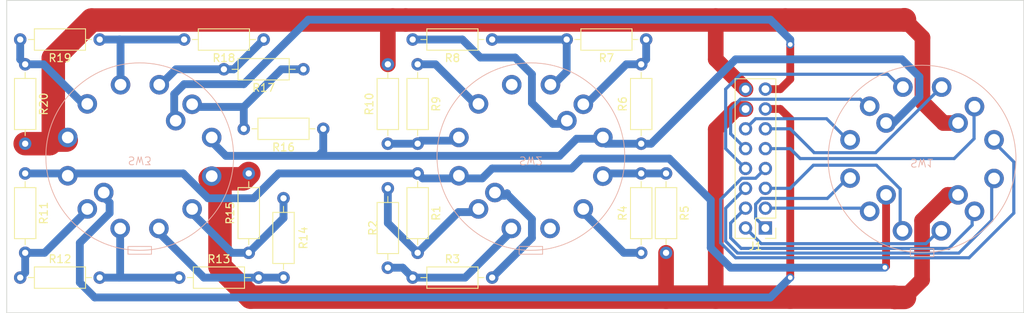
<source format=kicad_pcb>
(kicad_pcb (version 20221018) (generator pcbnew)
  (layers (0 "F.Cu" signal) (31 "B.Cu" signal) (34 "B.Paste" user) (35 "F.Paste" user) (36 "B.SilkS" user "B.Silkscreen") (37 "F.SilkS" user "F.Silkscreen") (38 "B.Mask" user) (39 "F.Mask" user) (44 "Edge.Cuts" user))
  (net 0 "")
  (net 1 "Net-(J1-Pin_1)")
  (net 2 "Net-(J1-Pin_3)")
  (net 3 "Net-(J1-Pin_5)")
  (net 4 "Net-(J1-Pin_7)")
  (net 5 "Net-(J1-Pin_8)")
  (net 6 "Net-(J1-Pin_9)")
  (net 7 "Net-(J1-Pin_10)")
  (net 8 "Net-(J1-Pin_11)")
  (net 9 "Net-(J1-Pin_12)")
  (net 10 "GND1")
  (net 11 "GND2")
  (net 12 "Net-(R1-Pad1)")
  (net 13 "Net-(R1-Pad2)")
  (net 14 "Net-(R2-Pad2)")
  (net 15 "Net-(R3-Pad2)")
  (net 16 "Net-(R4-Pad1)")
  (net 17 "Net-(R4-Pad2)")
  (net 18 "Net-(R16-Pad1)")
  (net 19 "Net-(R6-Pad2)")
  (net 20 "Net-(R7-Pad2)")
  (net 21 "Net-(R8-Pad2)")
  (net 22 "Net-(R9-Pad1)")
  (net 23 "Net-(R10-Pad1)")
  (net 24 "Net-(R11-Pad2)")
  (net 25 "Net-(R12-Pad2)")
  (net 26 "Net-(R13-Pad2)")
  (net 27 "Net-(R14-Pad2)")
  (net 28 "Net-(R16-Pad2)")
  (net 29 "Net-(R17-Pad2)")
  (net 30 "Net-(R18-Pad2)")
  (net 31 "Net-(R19-Pad2)")
  (net 34 "Net-(J1-Pin_6)")
  (net 35 "Net-(J1-Pin_4)")
  (net 36 "Net-(J1-Pin_2)")
  (net 37 "Net-(J1-Pin_13)")
  (net 38 "Net-(J1-Pin_15)")
  (footprint "Resistor_THT:R_Axial_DIN0207_L6.3mm_D2.5mm_P10.16mm_Horizontal" (layer "F.Cu") (at 165.735 80.01 180)
    (fp_text reference "R7" (at 5.08 -2.37) (layer "F.SilkS"))
    (fp_text value "10kF")
    (fp_line (start 1.04 0) (end 1.81 0) (stroke (width 0.12)) (layer "F.SilkS"))
    (fp_line (start 1.81 -1.37) (end 1.81 1.37) (stroke (width 0.12)) (layer "F.SilkS"))
    (fp_line (start 1.81 1.37) (end 8.35 1.37) (stroke (width 0.12)) (layer "F.SilkS"))
    (fp_line (start 8.35 -1.37) (end 1.81 -1.37) (stroke (width 0.12)) (layer "F.SilkS"))
    (fp_line (start 8.35 1.37) (end 8.35 -1.37) (stroke (width 0.12)) (layer "F.SilkS"))
    (fp_line (start 9.12 0) (end 8.35 0) (stroke (width 0.12)) (layer "F.SilkS"))
    (pad "1" thru_hole circle (at 0 0 180) (size 1.6 1.6) (drill 0.8) (layers "*.Cu" "*.Mask") (net 19 "Net-(R6-Pad2)"))
    (pad "2" thru_hole oval (at 10.16 0 180) (size 1.6 1.6) (drill 0.8) (layers "*.Cu" "*.Mask") (net 20 "Net-(R7-Pad2)"))
  )
  (footprint "Resistor_THT:R_Axial_DIN0207_L6.3mm_D2.5mm_P10.16mm_Horizontal" (layer "F.Cu") (at 85.725 110.49)
    (fp_text reference "R12" (at 5.08 -2.37) (layer "F.SilkS"))
    (fp_text value "6.8kF")
    (fp_line (start 1.04 0) (end 1.81 0) (stroke (width 0.12)) (layer "F.SilkS"))
    (fp_line (start 1.81 -1.37) (end 1.81 1.37) (stroke (width 0.12)) (layer "F.SilkS"))
    (fp_line (start 1.81 1.37) (end 8.35 1.37) (stroke (width 0.12)) (layer "F.SilkS"))
    (fp_line (start 8.35 -1.37) (end 1.81 -1.37) (stroke (width 0.12)) (layer "F.SilkS"))
    (fp_line (start 8.35 1.37) (end 8.35 -1.37) (stroke (width 0.12)) (layer "F.SilkS"))
    (fp_line (start 9.12 0) (end 8.35 0) (stroke (width 0.12)) (layer "F.SilkS"))
    (pad "1" thru_hole circle (at 0 0) (size 1.6 1.6) (drill 0.8) (layers "*.Cu" "*.Mask") (net 24 "Net-(R11-Pad2)"))
    (pad "2" thru_hole oval (at 10.16 0) (size 1.6 1.6) (drill 0.8) (layers "*.Cu" "*.Mask") (net 25 "Net-(R12-Pad2)"))
  )
  (footprint "Resistor_THT:R_Axial_DIN0207_L6.3mm_D2.5mm_P10.16mm_Horizontal" (layer "F.Cu") (at 132.715 99.06 -90)
    (fp_text reference "R2" (at 5.08 1.905 90) (layer "F.SilkS"))
    (fp_text value "10kF")
    (fp_line (start 1.04 0) (end 1.81 0) (stroke (width 0.12)) (layer "F.SilkS"))
    (fp_line (start 1.81 -1.37) (end 1.81 1.37) (stroke (width 0.12)) (layer "F.SilkS"))
    (fp_line (start 1.81 1.37) (end 8.35 1.37) (stroke (width 0.12)) (layer "F.SilkS"))
    (fp_line (start 8.35 -1.37) (end 1.81 -1.37) (stroke (width 0.12)) (layer "F.SilkS"))
    (fp_line (start 8.35 1.37) (end 8.35 -1.37) (stroke (width 0.12)) (layer "F.SilkS"))
    (fp_line (start 9.12 0) (end 8.35 0) (stroke (width 0.12)) (layer "F.SilkS"))
    (pad "1" thru_hole circle (at 0 0 270) (size 1.6 1.6) (drill 0.8) (layers "*.Cu" "*.Mask") (net 13 "Net-(R1-Pad2)"))
    (pad "2" thru_hole oval (at 10.16 0 270) (size 1.6 1.6) (drill 0.8) (layers "*.Cu" "*.Mask") (net 14 "Net-(R2-Pad2)"))
  )
  (footprint "Resistor_THT:R_Axial_DIN0207_L6.3mm_D2.5mm_P10.16mm_Horizontal" (layer "F.Cu") (at 114.935 107.315 90)
    (fp_text reference "R15" (at 5.08 -2.37 90) (layer "F.SilkS"))
    (fp_text value "330F")
    (fp_line (start 1.04 0) (end 1.81 0) (stroke (width 0.12)) (layer "F.SilkS"))
    (fp_line (start 1.81 -1.37) (end 1.81 1.37) (stroke (width 0.12)) (layer "F.SilkS"))
    (fp_line (start 1.81 1.37) (end 8.35 1.37) (stroke (width 0.12)) (layer "F.SilkS"))
    (fp_line (start 8.35 -1.37) (end 1.81 -1.37) (stroke (width 0.12)) (layer "F.SilkS"))
    (fp_line (start 8.35 1.37) (end 8.35 -1.37) (stroke (width 0.12)) (layer "F.SilkS"))
    (fp_line (start 9.12 0) (end 8.35 0) (stroke (width 0.12)) (layer "F.SilkS"))
    (pad "1" thru_hole circle (at 0 0 90) (size 1.6 1.6) (drill 0.8) (layers "*.Cu" "*.Mask") (net 27 "Net-(R14-Pad2)"))
    (pad "2" thru_hole oval (at 10.16 0 90) (size 1.6 1.6) (drill 0.8) (layers "*.Cu" "*.Mask") (net 10 "GND1"))
  )
  (footprint "Resistor_THT:R_Axial_DIN0207_L6.3mm_D2.5mm_P10.16mm_Horizontal" (layer "F.Cu") (at 146.05 80.01 180)
    (fp_text reference "R8" (at 5.08 -2.37) (layer "F.SilkS"))
    (fp_text value "13kF")
    (fp_line (start 1.04 0) (end 1.81 0) (stroke (width 0.12)) (layer "F.SilkS"))
    (fp_line (start 1.81 -1.37) (end 1.81 1.37) (stroke (width 0.12)) (layer "F.SilkS"))
    (fp_line (start 1.81 1.37) (end 8.35 1.37) (stroke (width 0.12)) (layer "F.SilkS"))
    (fp_line (start 8.35 -1.37) (end 1.81 -1.37) (stroke (width 0.12)) (layer "F.SilkS"))
    (fp_line (start 8.35 1.37) (end 8.35 -1.37) (stroke (width 0.12)) (layer "F.SilkS"))
    (fp_line (start 9.12 0) (end 8.35 0) (stroke (width 0.12)) (layer "F.SilkS"))
    (pad "1" thru_hole circle (at 0 0 180) (size 1.6 1.6) (drill 0.8) (layers "*.Cu" "*.Mask") (net 20 "Net-(R7-Pad2)"))
    (pad "2" thru_hole oval (at 10.16 0 180) (size 1.6 1.6) (drill 0.8) (layers "*.Cu" "*.Mask") (net 21 "Net-(R8-Pad2)"))
  )
  (footprint "Resistor_THT:R_Axial_DIN0207_L6.3mm_D2.5mm_P10.16mm_Horizontal" (layer "F.Cu") (at 95.885 80.01 180)
    (fp_text reference "R19" (at 5.08 -2.37) (layer "F.SilkS"))
    (fp_text value "680F")
    (fp_line (start 1.04 0) (end 1.81 0) (stroke (width 0.12)) (layer "F.SilkS"))
    (fp_line (start 1.81 -1.37) (end 1.81 1.37) (stroke (width 0.12)) (layer "F.SilkS"))
    (fp_line (start 1.81 1.37) (end 8.35 1.37) (stroke (width 0.12)) (layer "F.SilkS"))
    (fp_line (start 8.35 -1.37) (end 1.81 -1.37) (stroke (width 0.12)) (layer "F.SilkS"))
    (fp_line (start 8.35 1.37) (end 8.35 -1.37) (stroke (width 0.12)) (layer "F.SilkS"))
    (fp_line (start 9.12 0) (end 8.35 0) (stroke (width 0.12)) (layer "F.SilkS"))
    (pad "1" thru_hole circle (at 0 0 180) (size 1.6 1.6) (drill 0.8) (layers "*.Cu" "*.Mask") (net 30 "Net-(R18-Pad2)"))
    (pad "2" thru_hole oval (at 10.16 0 180) (size 1.6 1.6) (drill 0.8) (layers "*.Cu" "*.Mask") (net 31 "Net-(R19-Pad2)"))
  )
  (footprint "Resistor_THT:R_Axial_DIN0207_L6.3mm_D2.5mm_P10.16mm_Horizontal" (layer "F.Cu") (at 116.84 80.01 180)
    (fp_text reference "R18" (at 5.08 -2.37) (layer "F.SilkS"))
    (fp_text value "2.4kF")
    (fp_line (start 1.04 0) (end 1.81 0) (stroke (width 0.12)) (layer "F.SilkS"))
    (fp_line (start 1.81 -1.37) (end 1.81 1.37) (stroke (width 0.12)) (layer "F.SilkS"))
    (fp_line (start 1.81 1.37) (end 8.35 1.37) (stroke (width 0.12)) (layer "F.SilkS"))
    (fp_line (start 8.35 -1.37) (end 1.81 -1.37) (stroke (width 0.12)) (layer "F.SilkS"))
    (fp_line (start 8.35 1.37) (end 8.35 -1.37) (stroke (width 0.12)) (layer "F.SilkS"))
    (fp_line (start 9.12 0) (end 8.35 0) (stroke (width 0.12)) (layer "F.SilkS"))
    (pad "1" thru_hole circle (at 0 0 180) (size 1.6 1.6) (drill 0.8) (layers "*.Cu" "*.Mask") (net 29 "Net-(R17-Pad2)"))
    (pad "2" thru_hole oval (at 10.16 0 180) (size 1.6 1.6) (drill 0.8) (layers "*.Cu" "*.Mask") (net 30 "Net-(R18-Pad2)"))
  )
  (footprint "Resistor_THT:R_Axial_DIN0207_L6.3mm_D2.5mm_P10.16mm_Horizontal" (layer "F.Cu") (at 106.045 110.49)
    (fp_text reference "R13" (at 5.08 -2.37) (layer "F.SilkS"))
    (fp_text value "2.4kF")
    (fp_line (start 1.04 0) (end 1.81 0) (stroke (width 0.12)) (layer "F.SilkS"))
    (fp_line (start 1.81 -1.37) (end 1.81 1.37) (stroke (width 0.12)) (layer "F.SilkS"))
    (fp_line (start 1.81 1.37) (end 8.35 1.37) (stroke (width 0.12)) (layer "F.SilkS"))
    (fp_line (start 8.35 -1.37) (end 1.81 -1.37) (stroke (width 0.12)) (layer "F.SilkS"))
    (fp_line (start 8.35 1.37) (end 8.35 -1.37) (stroke (width 0.12)) (layer "F.SilkS"))
    (fp_line (start 9.12 0) (end 8.35 0) (stroke (width 0.12)) (layer "F.SilkS"))
    (pad "1" thru_hole circle (at 0 0) (size 1.6 1.6) (drill 0.8) (layers "*.Cu" "*.Mask") (net 25 "Net-(R12-Pad2)"))
    (pad "2" thru_hole oval (at 10.16 0) (size 1.6 1.6) (drill 0.8) (layers "*.Cu" "*.Mask") (net 26 "Net-(R13-Pad2)"))
  )
  (footprint "Resistor_THT:R_Axial_DIN0207_L6.3mm_D2.5mm_P10.16mm_Horizontal" (layer "F.Cu") (at 124.46 91.44 180)
    (fp_text reference "R16" (at 5.08 -2.37) (layer "F.SilkS"))
    (fp_text value "22kF")
    (fp_line (start 1.04 0) (end 1.81 0) (stroke (width 0.12)) (layer "F.SilkS"))
    (fp_line (start 1.81 -1.37) (end 1.81 1.37) (stroke (width 0.12)) (layer "F.SilkS"))
    (fp_line (start 1.81 1.37) (end 8.35 1.37) (stroke (width 0.12)) (layer "F.SilkS"))
    (fp_line (start 8.35 -1.37) (end 1.81 -1.37) (stroke (width 0.12)) (layer "F.SilkS"))
    (fp_line (start 8.35 1.37) (end 8.35 -1.37) (stroke (width 0.12)) (layer "F.SilkS"))
    (fp_line (start 9.12 0) (end 8.35 0) (stroke (width 0.12)) (layer "F.SilkS"))
    (pad "1" thru_hole circle (at 0 0 180) (size 1.6 1.6) (drill 0.8) (layers "*.Cu" "*.Mask") (net 18 "Net-(R16-Pad1)"))
    (pad "2" thru_hole oval (at 10.16 0 180) (size 1.6 1.6) (drill 0.8) (layers "*.Cu" "*.Mask") (net 28 "Net-(R16-Pad2)"))
  )
  (footprint "Resistor_THT:R_Axial_DIN0207_L6.3mm_D2.5mm_P10.16mm_Horizontal" (layer "F.Cu") (at 86.36 97.155 -90)
    (fp_text reference "R11" (at 5.08 -2.37 90) (layer "F.SilkS"))
    (fp_text value "22kF")
    (fp_line (start 1.04 0) (end 1.81 0) (stroke (width 0.12)) (layer "F.SilkS"))
    (fp_line (start 1.81 -1.37) (end 1.81 1.37) (stroke (width 0.12)) (layer "F.SilkS"))
    (fp_line (start 1.81 1.37) (end 8.35 1.37) (stroke (width 0.12)) (layer "F.SilkS"))
    (fp_line (start 8.35 -1.37) (end 1.81 -1.37) (stroke (width 0.12)) (layer "F.SilkS"))
    (fp_line (start 8.35 1.37) (end 8.35 -1.37) (stroke (width 0.12)) (layer "F.SilkS"))
    (fp_line (start 9.12 0) (end 8.35 0) (stroke (width 0.12)) (layer "F.SilkS"))
    (pad "1" thru_hole circle (at 0 0 270) (size 1.6 1.6) (drill 0.8) (layers "*.Cu" "*.Mask") (net 12 "Net-(R1-Pad1)"))
    (pad "2" thru_hole oval (at 10.16 0 270) (size 1.6 1.6) (drill 0.8) (layers "*.Cu" "*.Mask") (net 24 "Net-(R11-Pad2)"))
  )
  (footprint "Resistor_THT:R_Axial_DIN0207_L6.3mm_D2.5mm_P10.16mm_Horizontal" (layer "F.Cu") (at 168.275 97.155 -90)
    (fp_text reference "R5" (at 5.08 -2.37 90) (layer "F.SilkS"))
    (fp_text value "27KF")
    (fp_line (start 1.04 0) (end 1.81 0) (stroke (width 0.12)) (layer "F.SilkS"))
    (fp_line (start 1.81 -1.37) (end 1.81 1.37) (stroke (width 0.12)) (layer "F.SilkS"))
    (fp_line (start 1.81 1.37) (end 8.35 1.37) (stroke (width 0.12)) (layer "F.SilkS"))
    (fp_line (start 8.35 -1.37) (end 1.81 -1.37) (stroke (width 0.12)) (layer "F.SilkS"))
    (fp_line (start 8.35 1.37) (end 8.35 -1.37) (stroke (width 0.12)) (layer "F.SilkS"))
    (fp_line (start 9.12 0) (end 8.35 0) (stroke (width 0.12)) (layer "F.SilkS"))
    (pad "1" thru_hole circle (at 0 0 270) (size 1.6 1.6) (drill 0.8) (layers "*.Cu" "*.Mask") (net 17 "Net-(R4-Pad2)"))
    (pad "2" thru_hole oval (at 10.16 0 270) (size 1.6 1.6) (drill 0.8) (layers "*.Cu" "*.Mask") (net 10 "GND1"))
  )
  (footprint "Resistor_THT:R_Axial_DIN0207_L6.3mm_D2.5mm_P10.16mm_Horizontal" (layer "F.Cu") (at 135.89 110.49)
    (fp_text reference "R3" (at 5.08 -2.37) (layer "F.SilkS"))
    (fp_text value "13kF")
    (fp_line (start 1.04 0) (end 1.81 0) (stroke (width 0.12)) (layer "F.SilkS"))
    (fp_line (start 1.81 -1.37) (end 1.81 1.37) (stroke (width 0.12)) (layer "F.SilkS"))
    (fp_line (start 1.81 1.37) (end 8.35 1.37) (stroke (width 0.12)) (layer "F.SilkS"))
    (fp_line (start 8.35 -1.37) (end 1.81 -1.37) (stroke (width 0.12)) (layer "F.SilkS"))
    (fp_line (start 8.35 1.37) (end 8.35 -1.37) (stroke (width 0.12)) (layer "F.SilkS"))
    (fp_line (start 9.12 0) (end 8.35 0) (stroke (width 0.12)) (layer "F.SilkS"))
    (pad "1" thru_hole circle (at 0 0) (size 1.6 1.6) (drill 0.8) (layers "*.Cu" "*.Mask") (net 14 "Net-(R2-Pad2)"))
    (pad "2" thru_hole oval (at 10.16 0) (size 1.6 1.6) (drill 0.8) (layers "*.Cu" "*.Mask") (net 15 "Net-(R3-Pad2)"))
  )
  (footprint "Resistor_THT:R_Axial_DIN0207_L6.3mm_D2.5mm_P10.16mm_Horizontal" (layer "F.Cu") (at 136.525 97.155 -90)
    (fp_text reference "R1" (at 5.08 -2.37 90) (layer "F.SilkS"))
    (fp_text value "8.2kF")
    (fp_line (start 1.04 0) (end 1.81 0) (stroke (width 0.12)) (layer "F.SilkS"))
    (fp_line (start 1.81 -1.37) (end 1.81 1.37) (stroke (width 0.12)) (layer "F.SilkS"))
    (fp_line (start 1.81 1.37) (end 8.35 1.37) (stroke (width 0.12)) (layer "F.SilkS"))
    (fp_line (start 8.35 -1.37) (end 1.81 -1.37) (stroke (width 0.12)) (layer "F.SilkS"))
    (fp_line (start 8.35 1.37) (end 8.35 -1.37) (stroke (width 0.12)) (layer "F.SilkS"))
    (fp_line (start 9.12 0) (end 8.35 0) (stroke (width 0.12)) (layer "F.SilkS"))
    (pad "1" thru_hole circle (at 0 0 270) (size 1.6 1.6) (drill 0.8) (layers "*.Cu" "*.Mask") (net 12 "Net-(R1-Pad1)"))
    (pad "2" thru_hole oval (at 10.16 0 270) (size 1.6 1.6) (drill 0.8) (layers "*.Cu" "*.Mask") (net 13 "Net-(R1-Pad2)"))
  )
  (footprint "Resistor_THT:R_Axial_DIN0207_L6.3mm_D2.5mm_P10.16mm_Horizontal" (layer "F.Cu") (at 119.38 110.49 90)
    (fp_text reference "R14" (at 5.08 2.54 90) (layer "F.SilkS"))
    (fp_text value "680F")
    (fp_line (start 1.04 0) (end 1.81 0) (stroke (width 0.12)) (layer "F.SilkS"))
    (fp_line (start 1.81 -1.37) (end 1.81 1.37) (stroke (width 0.12)) (layer "F.SilkS"))
    (fp_line (start 1.81 1.37) (end 8.35 1.37) (stroke (width 0.12)) (layer "F.SilkS"))
    (fp_line (start 8.35 -1.37) (end 1.81 -1.37) (stroke (width 0.12)) (layer "F.SilkS"))
    (fp_line (start 8.35 1.37) (end 8.35 -1.37) (stroke (width 0.12)) (layer "F.SilkS"))
    (fp_line (start 9.12 0) (end 8.35 0) (stroke (width 0.12)) (layer "F.SilkS"))
    (pad "1" thru_hole circle (at 0 0 90) (size 1.6 1.6) (drill 0.8) (layers "*.Cu" "*.Mask") (net 26 "Net-(R13-Pad2)"))
    (pad "2" thru_hole oval (at 10.16 0 90) (size 1.6 1.6) (drill 0.8) (layers "*.Cu" "*.Mask") (net 27 "Net-(R14-Pad2)"))
  )
  (footprint "Resistor_THT:R_Axial_DIN0207_L6.3mm_D2.5mm_P10.16mm_Horizontal" (layer "F.Cu") (at 86.36 83.185 -90)
    (fp_text reference "R20" (at 5.08 -2.37 90) (layer "F.SilkS"))
    (fp_text value "330F")
    (fp_line (start 1.04 0) (end 1.81 0) (stroke (width 0.12)) (layer "F.SilkS"))
    (fp_line (start 1.81 -1.37) (end 1.81 1.37) (stroke (width 0.12)) (layer "F.SilkS"))
    (fp_line (start 1.81 1.37) (end 8.35 1.37) (stroke (width 0.12)) (layer "F.SilkS"))
    (fp_line (start 8.35 -1.37) (end 1.81 -1.37) (stroke (width 0.12)) (layer "F.SilkS"))
    (fp_line (start 8.35 1.37) (end 8.35 -1.37) (stroke (width 0.12)) (layer "F.SilkS"))
    (fp_line (start 9.12 0) (end 8.35 0) (stroke (width 0.12)) (layer "F.SilkS"))
    (pad "1" thru_hole circle (at 0 0 270) (size 1.6 1.6) (drill 0.8) (layers "*.Cu" "*.Mask") (net 31 "Net-(R19-Pad2)"))
    (pad "2" thru_hole oval (at 10.16 0 270) (size 1.6 1.6) (drill 0.8) (layers "*.Cu" "*.Mask") (net 11 "GND2"))
  )
  (footprint "Connector_PinHeader_2.54mm:PinHeader_2x08_P2.54mm_Vertical" (layer "F.Cu") (at 180.975 104.14 180)
    (fp_text reference "J1" (at 1.27 -2.33) (layer "F.SilkS"))
    (fp_text value "HIF3FC -16PA-2.54DSA(71)")
    (fp_line (start -1.33 -1.33) (end 0 -1.33) (stroke (width 0.12)) (layer "F.SilkS"))
    (fp_line (start -1.33 0) (end -1.33 -1.33) (stroke (width 0.12)) (layer "F.SilkS"))
    (fp_line (start -1.33 1.27) (end -1.33 19.11) (stroke (width 0.12)) (layer "F.SilkS"))
    (fp_line (start -1.33 1.27) (end 1.27 1.27) (stroke (width 0.12)) (layer "F.SilkS"))
    (fp_line (start -1.33 19.11) (end 3.87 19.11) (stroke (width 0.12)) (layer "F.SilkS"))
    (fp_line (start 1.27 -1.33) (end 3.87 -1.33) (stroke (width 0.12)) (layer "F.SilkS"))
    (fp_line (start 1.27 1.27) (end 1.27 -1.33) (stroke (width 0.12)) (layer "F.SilkS"))
    (fp_line (start 3.87 -1.33) (end 3.87 19.11) (stroke (width 0.12)) (layer "F.SilkS"))
    (pad "1" thru_hole rect (at 0 0 180) (size 1.7 1.7) (drill 1) (layers "*.Cu" "*.Mask") (net 1 "Net-(J1-Pin_1)"))
    (pad "2" thru_hole oval (at 2.54 0 180) (size 1.7 1.7) (drill 1) (layers "*.Cu" "*.Mask") (net 36 "Net-(J1-Pin_2)"))
    (pad "3" thru_hole oval (at 0 2.54 180) (size 1.7 1.7) (drill 1) (layers "*.Cu" "*.Mask") (net 2 "Net-(J1-Pin_3)"))
    (pad "4" thru_hole oval (at 2.54 2.54 180) (size 1.7 1.7) (drill 1) (layers "*.Cu" "*.Mask") (net 35 "Net-(J1-Pin_4)"))
    (pad "5" thru_hole oval (at 0 5.08 180) (size 1.7 1.7) (drill 1) (layers "*.Cu" "*.Mask") (net 3 "Net-(J1-Pin_5)"))
    (pad "6" thru_hole oval (at 2.54 5.08 180) (size 1.7 1.7) (drill 1) (layers "*.Cu" "*.Mask") (net 34 "Net-(J1-Pin_6)"))
    (pad "7" thru_hole oval (at 0 7.62 180) (size 1.7 1.7) (drill 1) (layers "*.Cu" "*.Mask") (net 4 "Net-(J1-Pin_7)"))
    (pad "8" thru_hole oval (at 2.54 7.62 180) (size 1.7 1.7) (drill 1) (layers "*.Cu" "*.Mask") (net 5 "Net-(J1-Pin_8)"))
    (pad "9" thru_hole oval (at 0 10.16 180) (size 1.7 1.7) (drill 1) (layers "*.Cu" "*.Mask") (net 6 "Net-(J1-Pin_9)"))
    (pad "10" thru_hole oval (at 2.54 10.16 180) (size 1.7 1.7) (drill 1) (layers "*.Cu" "*.Mask") (net 7 "Net-(J1-Pin_10)"))
    (pad "11" thru_hole oval (at 0 12.7 180) (size 1.7 1.7) (drill 1) (layers "*.Cu" "*.Mask") (net 8 "Net-(J1-Pin_11)"))
    (pad "12" thru_hole oval (at 2.54 12.7 180) (size 1.7 1.7) (drill 1) (layers "*.Cu" "*.Mask") (net 9 "Net-(J1-Pin_12)"))
    (pad "13" thru_hole oval (at 0 15.24 180) (size 1.7 1.7) (drill 1) (layers "*.Cu" "*.Mask") (net 37 "Net-(J1-Pin_13)"))
    (pad "14" thru_hole oval (at 2.54 15.24 180) (size 1.7 1.7) (drill 1) (layers "*.Cu" "*.Mask") (net 10 "GND1"))
    (pad "15" thru_hole oval (at 0 17.78 180) (size 1.7 1.7) (drill 1) (layers "*.Cu" "*.Mask") (net 38 "Net-(J1-Pin_15)"))
    (pad "16" thru_hole oval (at 2.54 17.78 180) (size 1.7 1.7) (drill 1) (layers "*.Cu" "*.Mask") (net 11 "GND2"))
  )
  (footprint "Resistor_THT:R_Axial_DIN0207_L6.3mm_D2.5mm_P10.16mm_Horizontal" (layer "F.Cu") (at 165.1 107.315 90)
    (fp_text reference "R4" (at 5.08 -2.37 90) (layer "F.SilkS"))
    (fp_text value "30kF")
    (fp_line (start 1.04 0) (end 1.81 0) (stroke (width 0.12)) (layer "F.SilkS"))
    (fp_line (start 1.81 -1.37) (end 1.81 1.37) (stroke (width 0.12)) (layer "F.SilkS"))
    (fp_line (start 1.81 1.37) (end 8.35 1.37) (stroke (width 0.12)) (layer "F.SilkS"))
    (fp_line (start 8.35 -1.37) (end 1.81 -1.37) (stroke (width 0.12)) (layer "F.SilkS"))
    (fp_line (start 8.35 1.37) (end 8.35 -1.37) (stroke (width 0.12)) (layer "F.SilkS"))
    (fp_line (start 9.12 0) (end 8.35 0) (stroke (width 0.12)) (layer "F.SilkS"))
    (pad "1" thru_hole circle (at 0 0 90) (size 1.6 1.6) (drill 0.8) (layers "*.Cu" "*.Mask") (net 16 "Net-(R4-Pad1)"))
    (pad "2" thru_hole oval (at 10.16 0 90) (size 1.6 1.6) (drill 0.8) (layers "*.Cu" "*.Mask") (net 17 "Net-(R4-Pad2)"))
  )
  (footprint "Resistor_THT:R_Axial_DIN0207_L6.3mm_D2.5mm_P10.16mm_Horizontal" (layer "F.Cu") (at 136.525 83.185 -90)
    (fp_text reference "R9" (at 5.08 -2.37 90) (layer "F.SilkS"))
    (fp_text value "30kF")
    (fp_line (start 1.04 0) (end 1.81 0) (stroke (width 0.12)) (layer "F.SilkS"))
    (fp_line (start 1.81 -1.37) (end 1.81 1.37) (stroke (width 0.12)) (layer "F.SilkS"))
    (fp_line (start 1.81 1.37) (end 8.35 1.37) (stroke (width 0.12)) (layer "F.SilkS"))
    (fp_line (start 8.35 -1.37) (end 1.81 -1.37) (stroke (width 0.12)) (layer "F.SilkS"))
    (fp_line (start 8.35 1.37) (end 8.35 -1.37) (stroke (width 0.12)) (layer "F.SilkS"))
    (fp_line (start 9.12 0) (end 8.35 0) (stroke (width 0.12)) (layer "F.SilkS"))
    (pad "1" thru_hole circle (at 0 0 270) (size 1.6 1.6) (drill 0.8) (layers "*.Cu" "*.Mask") (net 22 "Net-(R9-Pad1)"))
    (pad "2" thru_hole oval (at 10.16 0 270) (size 1.6 1.6) (drill 0.8) (layers "*.Cu" "*.Mask") (net 23 "Net-(R10-Pad1)"))
  )
  (footprint "Resistor_THT:R_Axial_DIN0207_L6.3mm_D2.5mm_P10.16mm_Horizontal" (layer "F.Cu") (at 165.1 93.345 90)
    (fp_text reference "R6" (at 5.08 -2.37 90) (layer "F.SilkS"))
    (fp_text value "8.2kF")
    (fp_line (start 1.04 0) (end 1.81 0) (stroke (width 0.12)) (layer "F.SilkS"))
    (fp_line (start 1.81 -1.37) (end 1.81 1.37) (stroke (width 0.12)) (layer "F.SilkS"))
    (fp_line (start 1.81 1.37) (end 8.35 1.37) (stroke (width 0.12)) (layer "F.SilkS"))
    (fp_line (start 8.35 -1.37) (end 1.81 -1.37) (stroke (width 0.12)) (layer "F.SilkS"))
    (fp_line (start 8.35 1.37) (end 8.35 -1.37) (stroke (width 0.12)) (layer "F.SilkS"))
    (fp_line (start 9.12 0) (end 8.35 0) (stroke (width 0.12)) (layer "F.SilkS"))
    (pad "1" thru_hole circle (at 0 0 90) (size 1.6 1.6) (drill 0.8) (layers "*.Cu" "*.Mask") (net 18 "Net-(R16-Pad1)"))
    (pad "2" thru_hole oval (at 10.16 0 90) (size 1.6 1.6) (drill 0.8) (layers "*.Cu" "*.Mask") (net 19 "Net-(R6-Pad2)"))
  )
  (footprint "Resistor_THT:R_Axial_DIN0207_L6.3mm_D2.5mm_P10.16mm_Horizontal" (layer "F.Cu") (at 121.92 83.82 180)
    (fp_text reference "R17" (at 5.08 -2.37) (layer "F.SilkS"))
    (fp_text value "6.8kF")
    (fp_line (start 1.04 0) (end 1.81 0) (stroke (width 0.12)) (layer "F.SilkS"))
    (fp_line (start 1.81 -1.37) (end 1.81 1.37) (stroke (width 0.12)) (layer "F.SilkS"))
    (fp_line (start 1.81 1.37) (end 8.35 1.37) (stroke (width 0.12)) (layer "F.SilkS"))
    (fp_line (start 8.35 -1.37) (end 1.81 -1.37) (stroke (width 0.12)) (layer "F.SilkS"))
    (fp_line (start 8.35 1.37) (end 8.35 -1.37) (stroke (width 0.12)) (layer "F.SilkS"))
    (fp_line (start 9.12 0) (end 8.35 0) (stroke (width 0.12)) (layer "F.SilkS"))
    (pad "1" thru_hole circle (at 0 0 180) (size 1.6 1.6) (drill 0.8) (layers "*.Cu" "*.Mask") (net 28 "Net-(R16-Pad2)"))
    (pad "2" thru_hole oval (at 10.16 0 180) (size 1.6 1.6) (drill 0.8) (layers "*.Cu" "*.Mask") (net 29 "Net-(R17-Pad2)"))
  )
  (footprint "Resistor_THT:R_Axial_DIN0207_L6.3mm_D2.5mm_P10.16mm_Horizontal" (layer "F.Cu") (at 132.715 93.345 90)
    (fp_text reference "R10" (at 5.08 -2.37 90) (layer "F.SilkS"))
    (fp_text value "27kF")
    (fp_line (start 1.04 0) (end 1.81 0) (stroke (width 0.12)) (layer "F.SilkS"))
    (fp_line (start 1.81 -1.37) (end 1.81 1.37) (stroke (width 0.12)) (layer "F.SilkS"))
    (fp_line (start 1.81 1.37) (end 8.35 1.37) (stroke (width 0.12)) (layer "F.SilkS"))
    (fp_line (start 8.35 -1.37) (end 1.81 -1.37) (stroke (width 0.12)) (layer "F.SilkS"))
    (fp_line (start 8.35 1.37) (end 8.35 -1.37) (stroke (width 0.12)) (layer "F.SilkS"))
    (fp_line (start 9.12 0) (end 8.35 0) (stroke (width 0.12)) (layer "F.SilkS"))
    (pad "1" thru_hole circle (at 0 0 90) (size 1.6 1.6) (drill 0.8) (layers "*.Cu" "*.Mask") (net 23 "Net-(R10-Pad1)"))
    (pad "2" thru_hole oval (at 10.16 0 90) (size 1.6 1.6) (drill 0.8) (layers "*.Cu" "*.Mask") (net 11 "GND2"))
  )
  (footprint "Rotary_Switch:SW_Rotary4x3" (layer "B.Cu") (at 201 95.3)
    (fp_text reference "SW1" (at 0 0.5 -180 unlocked) (layer "B.SilkS") (effects (font (thickness 0.1)) (justify mirror)))
    (fp_text value "SW_Rotary4x3")
    (fp_rect (start -1.5 12.5) (end 1.5 11.5) (stroke (width 0.1)) (fill none) (layer "B.SilkS"))
    (fp_circle (center 0 0) (end 12 0) (stroke (width 0.1)) (fill none) (layer "B.SilkS"))
    (pad "1" thru_hole circle (at -9.2 2.45) (size 2.5 2.5) (drill 1.5) (layers "*.Cu" "*.Mask") (net 1 "Net-(J1-Pin_1)"))
    (pad "2" thru_hole circle (at -6.7 6.7) (size 2.5 2.5) (drill 1.5) (layers "*.Cu" "*.Mask") (net 2 "Net-(J1-Pin_3)"))
    (pad "3" thru_hole circle (at -2.5 9.2) (size 2.5 2.5) (drill 1.5) (layers "*.Cu" "*.Mask") (net 3 "Net-(J1-Pin_5)"))
    (pad "4" thru_hole circle (at 2.45 9.2) (size 2.5 2.5) (drill 1.5) (layers "*.Cu" "*.Mask") (net 36 "Net-(J1-Pin_2)"))
    (pad "5" thru_hole circle (at 6.7 6.7) (size 2.5 2.5) (drill 1.5) (layers "*.Cu" "*.Mask") (net 35 "Net-(J1-Pin_4)"))
    (pad "6" thru_hole circle (at 9.2 2.5) (size 2.5 2.5) (drill 1.5) (layers "*.Cu" "*.Mask") (net 34 "Net-(J1-Pin_6)"))
    (pad "7" thru_hole circle (at 9.2 -2.45) (size 2.5 2.5) (drill 1.5) (layers "*.Cu" "*.Mask") (net 4 "Net-(J1-Pin_7)"))
    (pad "8" thru_hole circle (at 6.7 -6.7) (size 2.5 2.5) (drill 1.5) (layers "*.Cu" "*.Mask") (net 6 "Net-(J1-Pin_9)"))
    (pad "9" thru_hole circle (at 2.5 -9.2) (size 2.5 2.5) (drill 1.5) (layers "*.Cu" "*.Mask") (net 8 "Net-(J1-Pin_11)"))
    (pad "10" thru_hole circle (at -2.45 -9.2) (size 2.5 2.5) (drill 1.5) (layers "*.Cu" "*.Mask") (net 5 "Net-(J1-Pin_8)"))
    (pad "11" thru_hole circle (at -6.7 -6.75) (size 2.5 2.5) (drill 1.5) (layers "*.Cu" "*.Mask") (net 7 "Net-(J1-Pin_10)"))
    (pad "12" thru_hole circle (at -9.2 -2.45) (size 2.5 2.5) (drill 1.5) (layers "*.Cu" "*.Mask") (net 9 "Net-(J1-Pin_12)"))
    (pad "13" thru_hole circle (at -4.6 4.6) (size 2.5 2.5) (drill 1.5) (layers "*.Cu" "*.Mask") (net 12 "Net-(R1-Pad1)"))
    (pad "14" thru_hole circle (at 4.6 4.6) (size 2.5 2.5) (drill 1.5) (layers "*.Cu" "*.Mask") (net 10 "GND1"))
    (pad "15" thru_hole circle (at 4.6 -4.6) (size 2.5 2.5) (drill 1.5) (layers "*.Cu" "*.Mask") (net 11 "GND2"))
    (pad "16" thru_hole circle (at -4.6 -4.6) (size 2.5 2.5) (drill 1.5) (layers "*.Cu" "*.Mask") (net 18 "Net-(R16-Pad1)"))
  )
  (footprint "Rotary_Switch:SW_Rotary2x6" (layer "B.Cu") (at 101 95)
    (fp_text reference "SW3" (at 0 0.5 -180 unlocked) (layer "B.SilkS") (effects (font (thickness 0.1)) (justify mirror)))
    (fp_text value "SW_Rotary2x6")
    (fp_rect (start -1.5 12.5) (end 1.5 11.5) (stroke (width 0.1)) (fill none) (layer "B.SilkS"))
    (fp_circle (center 0 0) (end 12 0) (stroke (width 0.1)) (fill none) (layer "B.SilkS"))
    (pad "1" thru_hole circle (at -9.2 2.45) (size 2.5 2.5) (drill 1.5) (layers "*.Cu" "*.Mask") (net 12 "Net-(R1-Pad1)"))
    (pad "2" thru_hole circle (at -6.7 6.7) (size 2.5 2.5) (drill 1.5) (layers "*.Cu" "*.Mask") (net 24 "Net-(R11-Pad2)"))
    (pad "3" thru_hole circle (at -2.5 9.2) (size 2.5 2.5) (drill 1.5) (layers "*.Cu" "*.Mask") (net 25 "Net-(R12-Pad2)"))
    (pad "4" thru_hole circle (at 2.45 9.2) (size 2.5 2.5) (drill 1.5) (layers "*.Cu" "*.Mask") (net 26 "Net-(R13-Pad2)"))
    (pad "5" thru_hole circle (at 6.7 6.7) (size 2.5 2.5) (drill 1.5) (layers "*.Cu" "*.Mask") (net 27 "Net-(R14-Pad2)"))
    (pad "6" thru_hole circle (at 9.2 2.5) (size 2.5 2.5) (drill 1.5) (layers "*.Cu" "*.Mask") (net 10 "GND1"))
    (pad "7" thru_hole circle (at 9.2 -2.45) (size 2.5 2.5) (drill 1.5) (layers "*.Cu" "*.Mask") (net 18 "Net-(R16-Pad1)"))
    (pad "8" thru_hole circle (at 6.7 -6.7) (size 2.5 2.5) (drill 1.5) (layers "*.Cu" "*.Mask") (net 28 "Net-(R16-Pad2)"))
    (pad "9" thru_hole circle (at 2.5 -9.2) (size 2.5 2.5) (drill 1.5) (layers "*.Cu" "*.Mask") (net 29 "Net-(R17-Pad2)"))
    (pad "10" thru_hole circle (at -2.45 -9.2) (size 2.5 2.5) (drill 1.5) (layers "*.Cu" "*.Mask") (net 30 "Net-(R18-Pad2)"))
    (pad "11" thru_hole circle (at -6.7 -6.75) (size 2.5 2.5) (drill 1.5) (layers "*.Cu" "*.Mask") (net 31 "Net-(R19-Pad2)"))
    (pad "12" thru_hole circle (at -9.2 -2.45) (size 2.5 2.5) (drill 1.5) (layers "*.Cu" "*.Mask") (net 11 "GND2"))
    (pad "13" thru_hole circle (at -4.6 4.6) (size 2.5 2.5) (drill 1.5) (layers "*.Cu" "*.Mask") (net 37 "Net-(J1-Pin_13)"))
    (pad "14" thru_hole circle (at 4.6 -4.6) (size 2.5 2.5) (drill 1.5) (layers "*.Cu" "*.Mask") (net 38 "Net-(J1-Pin_15)"))
  )
  (footprint "Rotary_Switch:SW_Rotary2x6" (layer "B.Cu") (at 151 95)
    (fp_text reference "SW2" (at 0 0.5 -180 unlocked) (layer "B.SilkS") (effects (font (thickness 0.1)) (justify mirror)))
    (fp_text value "SW_Rotary2x6")
    (fp_rect (start -1.5 12.5) (end 1.5 11.5) (stroke (width 0.1)) (fill none) (layer "B.SilkS"))
    (fp_circle (center 0 0) (end 12 0) (stroke (width 0.1)) (fill none) (layer "B.SilkS"))
    (pad "1" thru_hole circle (at -9.2 2.45) (size 2.5 2.5) (drill 1.5) (layers "*.Cu" "*.Mask") (net 12 "Net-(R1-Pad1)"))
    (pad "2" thru_hole circle (at -6.7 6.7) (size 2.5 2.5) (drill 1.5) (layers "*.Cu" "*.Mask") (net 13 "Net-(R1-Pad2)"))
    (pad "3" thru_hole circle (at -2.5 9.2) (size 2.5 2.5) (drill 1.5) (layers "*.Cu" "*.Mask") (net 14 "Net-(R2-Pad2)"))
    (pad "4" thru_hole circle (at 2.45 9.2) (size 2.5 2.5) (drill 1.5) (layers "*.Cu" "*.Mask"))
    (pad "5" thru_hole circle (at 6.7 6.7) (size 2.5 2.5) (drill 1.5) (layers "*.Cu" "*.Mask") (net 16 "Net-(R4-Pad1)"))
    (pad "6" thru_hole circle (at 9.2 2.5) (size 2.5 2.5) (drill 1.5) (layers "*.Cu" "*.Mask") (net 17 "Net-(R4-Pad2)"))
    (pad "7" thru_hole circle (at 9.2 -2.45) (size 2.5 2.5) (drill 1.5) (layers "*.Cu" "*.Mask") (net 18 "Net-(R16-Pad1)"))
    (pad "8" thru_hole circle (at 6.7 -6.7) (size 2.5 2.5) (drill 1.5) (layers "*.Cu" "*.Mask") (net 19 "Net-(R6-Pad2)"))
    (pad "9" thru_hole circle (at 2.5 -9.2) (size 2.5 2.5) (drill 1.5) (layers "*.Cu" "*.Mask") (net 20 "Net-(R7-Pad2)"))
    (pad "10" thru_hole circle (at -2.45 -9.2) (size 2.5 2.5) (drill 1.5) (layers "*.Cu" "*.Mask"))
    (pad "11" thru_hole circle (at -6.7 -6.75) (size 2.5 2.5) (drill 1.5) (layers "*.Cu" "*.Mask") (net 22 "Net-(R9-Pad1)"))
    (pad "12" thru_hole circle (at -9.2 -2.45) (size 2.5 2.5) (drill 1.5) (layers "*.Cu" "*.Mask") (net 23 "Net-(R10-Pad1)"))
    (pad "13" thru_hole circle (at -4.6 4.6) (size 2.5 2.5) (drill 1.5) (layers "*.Cu" "*.Mask") (net 15 "Net-(R3-Pad2)"))
    (pad "14" thru_hole circle (at 4.6 -4.6) (size 2.5 2.5) (drill 1.5) (layers "*.Cu" "*.Mask") (net 21 "Net-(R8-Pad2)"))
  )
  (gr_line (start 84 75) (end 84 115) (stroke (width 0.1)) (layer "Edge.Cuts"))
  (gr_line (start 214 115) (end 214 75) (stroke (width 0.1)) (layer "Edge.Cuts"))
  (gr_line (start 84 115) (end 214 115) (stroke (width 0.1)) (layer "Edge.Cuts"))
  (gr_line (start 214 75) (end 84 75) (stroke (width 0.1)) (layer "Edge.Cuts"))
  (segment (start 179.725 101.082233) (end 179.725 102.89) (width 0.4) (layer "B.Cu") (net 1))
  (segment (start 180.457233 100.35) (end 179.725 101.082233) (width 0.4) (layer "B.Cu") (net 1))
  (segment (start 191.5 97.75) (end 188.9 100.35) (width 0.4) (layer "B.Cu") (net 1))
  (segment (start 179.725 102.89) (end 180.975 104.14) (width 0.4) (layer "B.Cu") (net 1))
  (segment (start 188.9 100.35) (end 180.457233 100.35) (width 0.4) (layer "B.Cu") (net 1))
  (segment (start 180.975 101.6) (end 193.6 101.6) (width 0.4) (layer "B.Cu") (net 2))
  (segment (start 193.6 101.6) (end 194 102) (width 0.4) (layer "B.Cu") (net 2))
  (segment (start 187.11 96.1) (end 195.16 96.1) (width 0.4) (layer "B.Cu") (net 3))
  (segment (start 195.16 96.1) (end 198.2 99.14) (width 0.4) (layer "B.Cu") (net 3))
  (segment (start 184.15 99.06) (end 187.11 96.1) (width 0.4) (layer "B.Cu") (net 3))
  (segment (start 180.975 99.06) (end 184.15 99.06) (width 0.4) (layer "B.Cu") (net 3))
  (segment (start 198.2 99.14) (end 198.2 104.5) (width 0.4) (layer "B.Cu") (net 3))
  (segment (start 212.725 95.675) (end 212.725 102.235) (width 0.4) (layer "B.Cu") (net 4))
  (segment (start 177.957233 97.77) (end 179.725 97.77) (width 0.4) (layer "B.Cu") (net 4))
  (segment (start 175.26 100.467233) (end 177.957233 97.77) (width 0.4) (layer "B.Cu") (net 4))
  (segment (start 207.01 107.95) (end 177.165 107.95) (width 0.4) (layer "B.Cu") (net 4))
  (segment (start 212.725 102.235) (end 207.01 107.95) (width 0.4) (layer "B.Cu") (net 4))
  (segment (start 179.725 97.77) (end 180.975 96.52) (width 0.4) (layer "B.Cu") (net 4))
  (segment (start 177.165 107.95) (end 175.26 106.045) (width 0.4) (layer "B.Cu") (net 4))
  (segment (start 209.9 92.85) (end 212.725 95.675) (width 0.4) (layer "B.Cu") (net 4))
  (segment (start 175.26 106.045) (end 175.26 100.467233) (width 0.4) (layer "B.Cu") (net 4))
  (segment (start 175.895 86.36) (end 175.895 93.98) (width 0.4) (layer "B.Cu") (net 5))
  (segment (start 177.8 84.455) (end 175.895 86.36) (width 0.4) (layer "B.Cu") (net 5))
  (segment (start 196.605 84.455) (end 177.8 84.455) (width 0.4) (layer "B.Cu") (net 5))
  (segment (start 175.895 93.98) (end 178.435 96.52) (width 0.4) (layer "B.Cu") (net 5))
  (segment (start 198.25 86.1) (end 196.605 84.455) (width 0.4) (layer "B.Cu") (net 5))
  (segment (start 207.645 92.71) (end 207.645 88.845) (width 0.4) (layer "B.Cu") (net 6))
  (segment (start 185.42 95.25) (end 205.105 95.25) (width 0.4) (layer "B.Cu") (net 6))
  (segment (start 184.15 93.98) (end 185.42 95.25) (width 0.4) (layer "B.Cu") (net 6))
  (segment (start 205.105 95.25) (end 207.645 92.71) (width 0.4) (layer "B.Cu") (net 6))
  (segment (start 180.975 93.98) (end 184.15 93.98) (width 0.4) (layer "B.Cu") (net 6))
  (segment (start 177.78 87.65) (end 176.53 88.9) (width 0.4) (layer "B.Cu") (net 7))
  (segment (start 176.53 88.9) (end 176.53 92.075) (width 0.4) (layer "B.Cu") (net 7))
  (segment (start 194 88.55) (end 193.1 87.65) (width 0.4) (layer "B.Cu") (net 7))
  (segment (start 193.1 87.65) (end 177.78 87.65) (width 0.4) (layer "B.Cu") (net 7))
  (segment (start 176.53 92.075) (end 178.435 93.98) (width 0.4) (layer "B.Cu") (net 7))
  (segment (start 195.06 94.5) (end 187.21 94.5) (width 0.4) (layer "B.Cu") (net 8))
  (segment (start 203.2 86.36) (end 195.06 94.5) (width 0.4) (layer "B.Cu") (net 8))
  (segment (start 187.21 94.5) (end 184.15 91.44) (width 0.4) (layer "B.Cu") (net 8))
  (segment (start 203.2 86.1) (end 203.2 86.36) (width 0.4) (layer "B.Cu") (net 8))
  (segment (start 184.15 91.44) (end 180.975 91.44) (width 0.4) (layer "B.Cu") (net 8))
  (segment (start 179.725 90.15) (end 178.435 91.44) (width 0.4) (layer "B.Cu") (net 9))
  (segment (start 188.8 90.15) (end 179.725 90.15) (width 0.4) (layer "B.Cu") (net 9))
  (segment (start 191.5 92.85) (end 188.8 90.15) (width 0.4) (layer "B.Cu") (net 9))
  (segment (start 197.485 113.03) (end 198.755 113.03) (width 3) (layer "F.Cu") (net 10))
  (segment (start 197.485 113.03) (end 197.445 112.99) (width 3) (layer "F.Cu") (net 10))
  (segment (start 184.15 112.99) (end 197.445 112.99) (width 3) (layer "F.Cu") (net 10))
  (segment (start 201 103.185176) (end 204.285176 99.9) (width 2) (layer "F.Cu") (net 10))
  (segment (start 177.232919 88.9) (end 174.625 91.507919) (width 2) (layer "F.Cu") (net 10))
  (segment (start 115.169466 112.99) (end 168.275 112.99) (width 3) (layer "F.Cu") (net 10))
  (segment (start 110.01 97.84) (end 114.25 97.84) (width 3) (layer "F.Cu") (net 10))
  (segment (start 111.259999 99.089999) (end 111.259999 109.080533) (width 3) (layer "F.Cu") (net 10))
  (segment (start 201 103.185176) (end 201 110.785) (width 2) (layer "F.Cu") (net 10))
  (segment (start 114.25 97.84) (end 114.935 97.155) (width 3) (layer "F.Cu") (net 10))
  (segment (start 201 110.785) (end 198.755 113.03) (width 2) (layer "F.Cu") (net 10))
  (segment (start 178.435 88.9) (end 177.232919 88.9) (width 2) (layer "F.Cu") (net 10))
  (segment (start 204.285176 99.9) (end 205.3 99.9) (width 2) (layer "F.Cu") (net 10))
  (segment (start 168.275 112.99) (end 174.625 112.99) (width 3) (layer "F.Cu") (net 10))
  (segment (start 174.625 91.507919) (end 174.625 112.99) (width 2) (layer "F.Cu") (net 10))
  (segment (start 111.259999 109.080533) (end 115.169466 112.99) (width 3) (layer "F.Cu") (net 10))
  (segment (start 174.625 112.99) (end 184.15 112.99) (width 3) (layer "F.Cu") (net 10))
  (segment (start 110.01 97.84) (end 111.259999 99.089999) (width 3) (layer "F.Cu") (net 10))
  (segment (start 168.275 107.315) (end 168.275 112.99) (width 2) (layer "F.Cu") (net 10))
  (segment (start 132.715 83.185) (end 132.715 78.145) (width 2) (layer "F.Cu") (net 11))
  (segment (start 94.849466 77.51) (end 89.955 82.404466) (width 3) (layer "F.Cu") (net 11))
  (segment (start 133.35 77.51) (end 135 77.51) (width 3) (layer "F.Cu") (net 11))
  (segment (start 89.955 92.89) (end 89.5 93.345) (width 3) (layer "F.Cu") (net 11))
  (segment (start 89.955 82.404466) (end 89.955 92.89) (width 3) (layer "F.Cu") (net 11))
  (segment (start 133.35 77.51) (end 94.849466 77.51) (width 3) (layer "F.Cu") (net 11))
  (segment (start 183.515 77.51) (end 198.715 77.51) (width 3) (layer "F.Cu") (net 11))
  (segment (start 174.625 77.51) (end 183.515 77.51) (width 3) (layer "F.Cu") (net 11))
  (segment (start 86.36 93.345) (end 89.5 93.345) (width 3) (layer "F.Cu") (net 11))
  (segment (start 201.05 79.765) (end 198.755 77.47) (width 2) (layer "F.Cu") (net 11))
  (segment (start 135 77.51) (end 174.625 77.51) (width 3) (layer "F.Cu") (net 11))
  (segment (start 203.73 90.7) (end 205.3 90.7) (width 2) (layer "F.Cu") (net 11))
  (segment (start 91.61 92.89) (end 89.955 92.89) (width 3) (layer "F.Cu") (net 11))
  (segment (start 201.05 88.02) (end 203.73 90.7) (width 2) (layer "F.Cu") (net 11))
  (segment (start 198.715 77.51) (end 198.755 77.47) (width 3) (layer "F.Cu") (net 11))
  (segment (start 201.05 88.02) (end 201.05 79.765) (width 2) (layer "F.Cu") (net 11))
  (segment (start 174.625 82.55) (end 174.625 77.51) (width 2) (layer "F.Cu") (net 11))
  (segment (start 178.435 86.36) (end 174.625 82.55) (width 2) (layer "F.Cu") (net 11))
  (segment (start 132.715 78.145) (end 133.35 77.51) (width 2) (layer "F.Cu") (net 11))
  (segment (start 196.4 99.9) (end 196.4 109.035) (width 1) (layer "F.Cu") (net 12))
  (segment (start 196.4 109.035) (end 196.25 109.185) (width 1) (layer "F.Cu") (net 12))
  (via (at 196.25 109.185) (size 1) (drill 0.6) (layers "F.Cu" "B.Cu") (net 12))
  (segment (start 106.567283 97.155) (end 86.36 97.155) (width 1) (layer "B.Cu") (net 12))
  (segment (start 168.68 95.25) (end 157.48 95.25) (width 1) (layer "B.Cu") (net 12))
  (segment (start 137.16 97.79) (end 136.525 97.155) (width 1) (layer "B.Cu") (net 12))
  (segment (start 115.57 100.33) (end 109.742283 100.33) (width 1) (layer "B.Cu") (net 12))
  (segment (start 196.215 109.22) (end 176.53 109.22) (width 1) (layer "B.Cu") (net 12))
  (segment (start 146.05 96.52) (end 144.78 97.79) (width 1) (layer "B.Cu") (net 12))
  (segment (start 156.21 96.52) (end 146.05 96.52) (width 1) (layer "B.Cu") (net 12))
  (segment (start 109.742283 100.33) (end 106.567283 97.155) (width 1) (layer "B.Cu") (net 12))
  (segment (start 176.53 109.22) (end 173.99 106.68) (width 1) (layer "B.Cu") (net 12))
  (segment (start 196.25 109.185) (end 196.215 109.22) (width 1) (layer "B.Cu") (net 12))
  (segment (start 118.745 97.155) (end 115.57 100.33) (width 1) (layer "B.Cu") (net 12))
  (segment (start 157.48 95.25) (end 156.21 96.52) (width 1) (layer "B.Cu") (net 12))
  (segment (start 173.99 106.68) (end 173.99 100.56) (width 1) (layer "B.Cu") (net 12))
  (segment (start 144.78 97.79) (end 137.16 97.79) (width 1) (layer "B.Cu") (net 12))
  (segment (start 136.525 97.155) (end 118.745 97.155) (width 1) (layer "B.Cu") (net 12))
  (segment (start 173.99 100.56) (end 168.68 95.25) (width 1) (layer "B.Cu") (net 12))
  (segment (start 144.275 102.105) (end 141.735 102.105) (width 1) (layer "B.Cu") (net 13))
  (segment (start 141.735 102.105) (end 136.525 107.315) (width 1) (layer "B.Cu") (net 13))
  (segment (start 132.715 99.06) (end 132.715 103.505) (width 1) (layer "B.Cu") (net 13))
  (segment (start 132.715 103.505) (end 136.525 107.315) (width 1) (layer "B.Cu") (net 13))
  (segment (start 132.715 109.22) (end 134.62 109.22) (width 1) (layer "B.Cu") (net 14))
  (segment (start 135.89 110.49) (end 142.59 110.49) (width 1) (layer "B.Cu") (net 14))
  (segment (start 142.59 110.49) (end 148.475 104.605) (width 1) (layer "B.Cu") (net 14))
  (segment (start 134.62 109.22) (end 135.89 110.49) (width 1) (layer "B.Cu") (net 14))
  (segment (start 151.13 105.41) (end 146.05 110.49) (width 1) (layer "B.Cu") (net 15))
  (segment (start 147.955 99.695) (end 147.955 99.817234) (width 1) (layer "B.Cu") (net 15))
  (segment (start 147.645 100.005) (end 147.955 99.695) (width 1) (layer "B.Cu") (net 15))
  (segment (start 146.375 100.005) (end 147.645 100.005) (width 1) (layer "B.Cu") (net 15))
  (segment (start 151.13 102.992234) (end 151.13 105.41) (width 1) (layer "B.Cu") (net 15))
  (segment (start 147.955 99.817234) (end 151.13 102.992234) (width 1) (layer "B.Cu") (net 15))
  (segment (start 162.885 107.315) (end 157.675 102.105) (width 1) (layer "B.Cu") (net 16))
  (segment (start 165.1 107.315) (end 162.885 107.315) (width 1) (layer "B.Cu") (net 16))
  (segment (start 160.925 97.155) (end 160.175 97.905) (width 1) (layer "B.Cu") (net 17))
  (segment (start 168.275 97.155) (end 165.1 97.155) (width 1) (layer "B.Cu") (net 17))
  (segment (start 165.1 97.155) (end 160.925 97.155) (width 1) (layer "B.Cu") (net 17))
  (segment (start 166.37 93.345) (end 177.165 82.55) (width 1) (layer "B.Cu") (net 18))
  (segment (start 197.327208 90.7) (end 196.1 90.7) (width 1) (layer "B.Cu") (net 18))
  (segment (start 165.1 93.345) (end 166.37 93.345) (width 1) (layer "B.Cu") (net 18))
  (segment (start 200.66 84.786142) (end 200.66 87.367208) (width 1) (layer "B.Cu") (net 18))
  (segment (start 198.423858 82.55) (end 200.66 84.786142) (width 1) (layer "B.Cu") (net 18))
  (segment (start 177.165 82.55) (end 198.423858 82.55) (width 1) (layer "B.Cu") (net 18))
  (segment (start 165.1 93.345) (end 160.565 93.345) (width 1) (layer "B.Cu") (net 18))
  (segment (start 123.825 94.905) (end 112.025 94.905) (width 1) (layer "B.Cu") (net 18))
  (segment (start 123.825 94.905) (end 154.65 94.905) (width 1) (layer "B.Cu") (net 18))
  (segment (start 160.04 92.71) (end 160.2 92.55) (width 1) (layer "B.Cu") (net 18))
  (segment (start 124.46 91.44) (end 124.46 94.27) (width 1) (layer "B.Cu") (net 18))
  (segment (start 156.845 92.71) (end 160.04 92.71) (width 1) (layer "B.Cu") (net 18))
  (segment (start 124.46 94.27) (end 123.825 94.905) (width 1) (layer "B.Cu") (net 18))
  (segment (start 154.65 94.905) (end 156.845 92.71) (width 1) (layer "B.Cu") (net 18))
  (segment (start 200.66 87.367208) (end 197.327208 90.7) (width 1) (layer "B.Cu") (net 18))
  (segment (start 112.025 94.905) (end 110.01 92.89) (width 1) (layer "B.Cu") (net 18))
  (segment (start 160.565 93.345) (end 160.175 92.955) (width 1) (layer "B.Cu") (net 18))
  (segment (start 165.1 83.185) (end 163.195 83.185) (width 1) (layer "B.Cu") (net 19))
  (segment (start 165.735 82.55) (end 165.1 83.185) (width 1) (layer "B.Cu") (net 19))
  (segment (start 165.735 80.01) (end 165.735 82.55) (width 1) (layer "B.Cu") (net 19))
  (segment (start 163.195 83.185) (end 157.675 88.705) (width 1) (layer "B.Cu") (net 19))
  (segment (start 155.575 84.105) (end 153.475 86.205) (width 1) (layer "B.Cu") (net 20))
  (segment (start 146.05 80.01) (end 155.575 80.01) (width 1) (layer "B.Cu") (net 20))
  (segment (start 155.575 80.01) (end 155.575 84.105) (width 1) (layer "B.Cu") (net 20))
  (segment (start 151.13 88.127766) (end 153.807234 90.805) (width 1) (layer "B.Cu") (net 21))
  (segment (start 148.995 82.32) (end 151.13 84.455) (width 1) (layer "B.Cu") (net 21))
  (segment (start 151.13 84.455) (end 151.13 88.127766) (width 1) (layer "B.Cu") (net 21))
  (segment (start 153.807234 90.805) (end 155.575 90.805) (width 1) (layer "B.Cu") (net 21))
  (segment (start 144.55 82.32) (end 148.995 82.32) (width 1) (layer "B.Cu") (net 21))
  (segment (start 142.24 80.01) (end 144.55 82.32) (width 1) (layer "B.Cu") (net 21))
  (segment (start 135.89 80.01) (end 142.24 80.01) (width 1) (layer "B.Cu") (net 21))
  (segment (start 138.805 83.185) (end 144.275 88.655) (width 1) (layer "B.Cu") (net 22))
  (segment (start 136.525 83.185) (end 138.805 83.185) (width 1) (layer "B.Cu") (net 22))
  (segment (start 136.915 92.955) (end 136.525 93.345) (width 1) (layer "B.Cu") (net 23))
  (segment (start 141.775 92.955) (end 136.915 92.955) (width 1) (layer "B.Cu") (net 23))
  (segment (start 132.715 93.345) (end 136.525 93.345) (width 1) (layer "B.Cu") (net 23))
  (segment (start 86.36 109.855) (end 85.725 110.49) (width 1) (layer "B.Cu") (net 24))
  (segment (start 86.36 107.315) (end 88.835 107.315) (width 1) (layer "B.Cu") (net 24))
  (segment (start 86.36 107.315) (end 86.36 109.855) (width 1) (layer "B.Cu") (net 24))
  (segment (start 88.835 107.315) (end 94.11 102.04) (width 1) (layer "B.Cu") (net 24))
  (segment (start 98.425 110.49) (end 95.885 110.49) (width 1) (layer "B.Cu") (net 25))
  (segment (start 98.5 104.2) (end 98.5 110.415) (width 1) (layer "B.Cu") (net 25))
  (segment (start 98.5 110.415) (end 98.425 110.49) (width 1) (layer "B.Cu") (net 25))
  (segment (start 98.425 110.49) (end 106.045 110.49) (width 1) (layer "B.Cu") (net 25))
  (segment (start 103.26 104.54) (end 109.21 110.49) (width 1) (layer "B.Cu") (net 26))
  (segment (start 109.21 110.49) (end 116.205 110.49) (width 1) (layer "B.Cu") (net 26))
  (segment (start 119.38 110.49) (end 116.205 110.49) (width 1) (layer "B.Cu") (net 26))
  (segment (start 112.785 107.315) (end 107.51 102.04) (width 1) (layer "B.Cu") (net 27))
  (segment (start 119.38 100.33) (end 119.38 102.87) (width 1) (layer "B.Cu") (net 27))
  (segment (start 114.935 107.315) (end 112.785 107.315) (width 1) (layer "B.Cu") (net 27))
  (segment (start 119.38 102.87) (end 114.935 107.315) (width 1) (layer "B.Cu") (net 27))
  (segment (start 114.3 88.64) (end 107.51 88.64) (width 1) (layer "B.Cu") (net 28))
  (segment (start 121.92 83.82) (end 119.12 83.82) (width 1) (layer "B.Cu") (net 28))
  (segment (start 114.3 91.44) (end 114.3 88.64) (width 1) (layer "B.Cu") (net 28))
  (segment (start 119.12 83.82) (end 114.3 88.64) (width 1) (layer "B.Cu") (net 28))
  (segment (start 105.63 83.82) (end 103.31 86.14) (width 1) (layer "B.Cu") (net 29))
  (segment (start 113.03 83.82) (end 116.84 80.01) (width 1) (layer "B.Cu") (net 29))
  (segment (start 111.76 83.82) (end 105.63 83.82) (width 1) (layer "B.Cu") (net 29))
  (segment (start 111.76 83.82) (end 113.03 83.82) (width 1) (layer "B.Cu") (net 29))
  (segment (start 98.425 80.01) (end 106.68 80.01) (width 1) (layer "B.Cu") (net 30))
  (segment (start 95.885 80.01) (end 98.425 80.01) (width 1) (layer "B.Cu") (net 30))
  (segment (start 98.55 85.8) (end 98.55 80.135) (width 1) (layer "B.Cu") (net 30))
  (segment (start 98.55 80.135) (end 98.425 80.01) (width 1) (layer "B.Cu") (net 30))
  (segment (start 86.36 83.185) (end 88.705 83.185) (width 1) (layer "B.Cu") (net 31))
  (segment (start 85.725 82.55) (end 86.36 83.185) (width 1) (layer "B.Cu") (net 31))
  (segment (start 88.705 83.185) (end 94.11 88.59) (width 1) (layer "B.Cu") (net 31))
  (segment (start 85.725 80.01) (end 85.725 82.55) (width 1) (layer "B.Cu") (net 31))
  (segment (start 175.895 101.6) (end 178.435 99.06) (width 0.4) (layer "B.Cu") (net 34))
  (segment (start 175.895 105.831472) (end 175.895 101.6) (width 0.4) (layer "B.Cu") (net 34))
  (segment (start 205.705 107.35) (end 177.413528 107.35) (width 0.4) (layer "B.Cu") (net 34))
  (segment (start 209.9 103.155) (end 205.705 107.35) (width 0.4) (layer "B.Cu") (net 34))
  (segment (start 209.9 97.8) (end 209.9 103.155) (width 0.4) (layer "B.Cu") (net 34))
  (segment (start 177.413528 107.35) (end 175.895 105.831472) (width 0.4) (layer "B.Cu") (net 34))
  (segment (start 204.417766 106.75) (end 177.87 106.75) (width 0.4) (layer "B.Cu") (net 35))
  (segment (start 176.53 103.505) (end 178.435 101.6) (width 0.4) (layer "B.Cu") (net 35))
  (segment (start 207.4 102) (end 207.4 103.767766) (width 0.4) (layer "B.Cu") (net 35))
  (segment (start 177.87 106.75) (end 176.53 105.41) (width 0.4) (layer "B.Cu") (net 35))
  (segment (start 207.4 103.767766) (end 204.417766 106.75) (width 0.4) (layer "B.Cu") (net 35))
  (segment (start 176.53 105.41) (end 176.53 103.505) (width 0.4) (layer "B.Cu") (net 35))
  (segment (start 180.445 106.15) (end 178.435 104.14) (width 0.4) (layer "B.Cu") (net 36))
  (segment (start 201.5 106.15) (end 180.445 106.15) (width 0.4) (layer "B.Cu") (net 36))
  (segment (start 203.15 104.5) (end 201.5 106.15) (width 0.4) (layer "B.Cu") (net 36))
  (segment (start 184.15 90.17) (end 184.15 110.49) (width 1) (layer "F.Cu") (net 37))
  (segment (start 182.88 88.9) (end 184.15 90.17) (width 1) (layer "F.Cu") (net 37))
  (segment (start 180.975 88.9) (end 182.88 88.9) (width 1) (layer "F.Cu") (net 37))
  (via (at 184.15 110.49) (size 1) (drill 0.6) (layers "F.Cu" "B.Cu") (net 37))
  (segment (start 97.155 100.885) (end 97.155 102.235) (width 1) (layer "B.Cu") (net 37))
  (segment (start 97.155 102.235) (end 93.345 106.045) (width 1) (layer "B.Cu") (net 37))
  (segment (start 93.345 106.045) (end 93.345 111.125) (width 1) (layer "B.Cu") (net 37))
  (segment (start 95.25 113.03) (end 181.61 113.03) (width 1) (layer "B.Cu") (net 37))
  (segment (start 181.61 113.03) (end 184.15 110.49) (width 1) (layer "B.Cu") (net 37))
  (segment (start 96.21 99.94) (end 97.155 100.885) (width 1) (layer "B.Cu") (net 37))
  (segment (start 93.345 111.125) (end 95.25 113.03) (width 1) (layer "B.Cu") (net 37))
  (segment (start 184.15 80.645) (end 184.15 85.09) (width 1) (layer "F.Cu") (net 38))
  (segment (start 182.88 86.36) (end 180.975 86.36) (width 1) (layer "F.Cu") (net 38))
  (segment (start 184.15 85.09) (end 182.88 86.36) (width 1) (layer "F.Cu") (net 38))
  (via (at 184.15 80.645) (size 1) (drill 0.6) (layers "F.Cu" "B.Cu") (net 38))
  (segment (start 106.68 85.725) (end 114.3 85.725) (width 1) (layer "B.Cu") (net 38))
  (segment (start 181.61 77.47) (end 184.15 80.01) (width 1) (layer "B.Cu") (net 38))
  (segment (start 105.41 86.995) (end 106.68 85.725) (width 1) (layer "B.Cu") (net 38))
  (segment (start 184.15 80.01) (end 184.15 80.645) (width 1) (layer "B.Cu") (net 38))
  (segment (start 122.555 77.47) (end 181.61 77.47) (width 1) (layer "B.Cu") (net 38))
  (segment (start 105.41 90.74) (end 105.41 86.995) (width 1) (layer "B.Cu") (net 38))
  (segment (start 114.3 85.725) (end 122.555 77.47) (width 1) (layer "B.Cu") (net 38))
)
</source>
